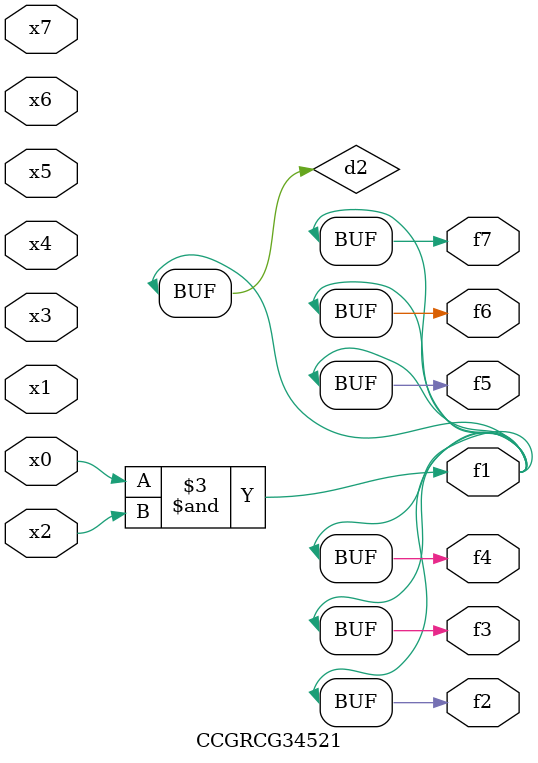
<source format=v>
module CCGRCG34521(
	input x0, x1, x2, x3, x4, x5, x6, x7,
	output f1, f2, f3, f4, f5, f6, f7
);

	wire d1, d2;

	nor (d1, x3, x6);
	and (d2, x0, x2);
	assign f1 = d2;
	assign f2 = d2;
	assign f3 = d2;
	assign f4 = d2;
	assign f5 = d2;
	assign f6 = d2;
	assign f7 = d2;
endmodule

</source>
